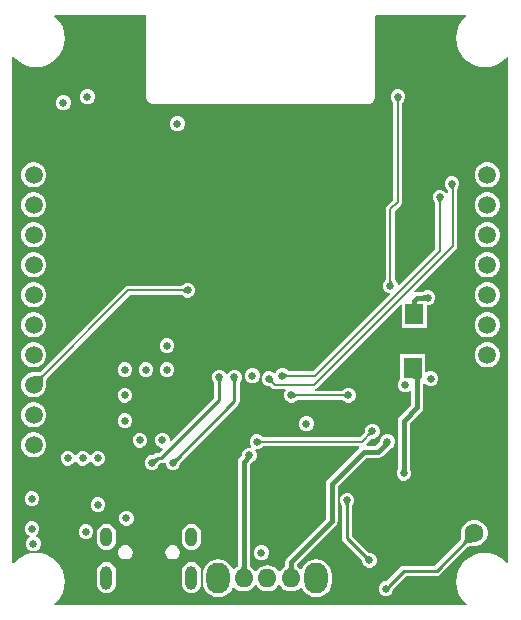
<source format=gbl>
G04*
G04 #@! TF.GenerationSoftware,Altium Limited,Altium Designer,22.11.1 (43)*
G04*
G04 Layer_Physical_Order=4*
G04 Layer_Color=16711680*
%FSLAX25Y25*%
%MOIN*%
G70*
G04*
G04 #@! TF.SameCoordinates,76B60832-644B-4AE7-BD70-8BB73C9281A9*
G04*
G04*
G04 #@! TF.FilePolarity,Positive*
G04*
G01*
G75*
%ADD11C,0.01000*%
%ADD13C,0.00600*%
%ADD66C,0.06299*%
%ADD71R,0.05847X0.06803*%
%ADD72C,0.01500*%
%ADD74O,0.03937X0.07874*%
%ADD75O,0.03937X0.06299*%
%ADD76O,0.06299X0.06299*%
%ADD77O,0.07874X0.10236*%
%ADD78C,0.05906*%
%ADD79C,0.02500*%
G36*
X151410Y196380D02*
X150678Y195779D01*
X149481Y194321D01*
X148592Y192658D01*
X148045Y190853D01*
X147860Y188976D01*
X148045Y187100D01*
X148592Y185295D01*
X149481Y183632D01*
X150678Y182174D01*
X152136Y180977D01*
X153799Y180088D01*
X155604Y179541D01*
X157480Y179356D01*
X159357Y179541D01*
X161162Y180088D01*
X162825Y180977D01*
X164283Y182174D01*
X164884Y182906D01*
X165354Y182737D01*
Y14113D01*
X164884Y13945D01*
X164283Y14677D01*
X162825Y15873D01*
X161162Y16762D01*
X159357Y17310D01*
X157480Y17494D01*
X155604Y17310D01*
X153799Y16762D01*
X152136Y15873D01*
X150678Y14677D01*
X149481Y13219D01*
X148592Y11556D01*
X148045Y9751D01*
X147860Y7874D01*
X148045Y5997D01*
X148592Y4192D01*
X149481Y2529D01*
X150678Y1071D01*
X151410Y471D01*
X151241Y0D01*
X14113D01*
X13945Y471D01*
X14677Y1071D01*
X15873Y2529D01*
X16762Y4192D01*
X17310Y5997D01*
X17494Y7874D01*
X17310Y9751D01*
X16762Y11556D01*
X15873Y13219D01*
X14677Y14677D01*
X13219Y15873D01*
X11556Y16762D01*
X9751Y17310D01*
X7874Y17494D01*
X5997Y17310D01*
X4192Y16762D01*
X2529Y15873D01*
X1071Y14677D01*
X471Y13945D01*
X0Y14113D01*
Y182737D01*
X471Y182906D01*
X1071Y182174D01*
X2529Y180977D01*
X4192Y180088D01*
X5997Y179541D01*
X7874Y179356D01*
X9751Y179541D01*
X11556Y180088D01*
X13219Y180977D01*
X14677Y182174D01*
X15873Y183632D01*
X16762Y185295D01*
X17310Y187100D01*
X17494Y188976D01*
X17310Y190853D01*
X16762Y192658D01*
X15873Y194321D01*
X14677Y195779D01*
X13945Y196380D01*
X14113Y196850D01*
X44377D01*
X44665Y196500D01*
Y169000D01*
X44804Y168298D01*
X45202Y167702D01*
X45798Y167304D01*
X46500Y167165D01*
X119000D01*
X119702Y167304D01*
X120298Y167702D01*
X120696Y168298D01*
X120835Y169000D01*
Y196500D01*
X121123Y196850D01*
X151241D01*
X151410Y196380D01*
D02*
G37*
%LPC*%
G36*
X25487Y171950D02*
X24513D01*
X23612Y171577D01*
X22923Y170888D01*
X22550Y169987D01*
Y169013D01*
X22923Y168112D01*
X23612Y167423D01*
X24513Y167050D01*
X25487D01*
X26388Y167423D01*
X27077Y168112D01*
X27450Y169013D01*
Y169987D01*
X27077Y170888D01*
X26388Y171577D01*
X25487Y171950D01*
D02*
G37*
G36*
X17487Y169950D02*
X16513D01*
X15612Y169577D01*
X14923Y168888D01*
X14550Y167987D01*
Y167013D01*
X14923Y166112D01*
X15612Y165423D01*
X16513Y165050D01*
X17487D01*
X18388Y165423D01*
X19077Y166112D01*
X19450Y167013D01*
Y167987D01*
X19077Y168888D01*
X18388Y169577D01*
X17487Y169950D01*
D02*
G37*
G36*
X55487Y162950D02*
X54513D01*
X53612Y162577D01*
X52923Y161888D01*
X52550Y160987D01*
Y160013D01*
X52923Y159112D01*
X53612Y158423D01*
X54513Y158050D01*
X55487D01*
X56388Y158423D01*
X57077Y159112D01*
X57450Y160013D01*
Y160987D01*
X57077Y161888D01*
X56388Y162577D01*
X55487Y162950D01*
D02*
G37*
G36*
X158814Y147578D02*
X157721D01*
X156665Y147295D01*
X155718Y146748D01*
X154945Y145975D01*
X154398Y145028D01*
X154115Y143972D01*
Y142878D01*
X154398Y141822D01*
X154945Y140875D01*
X155718Y140102D01*
X156665Y139556D01*
X157721Y139272D01*
X158814D01*
X159871Y139556D01*
X160818Y140102D01*
X161591Y140875D01*
X162137Y141822D01*
X162420Y142878D01*
Y143972D01*
X162137Y145028D01*
X161591Y145975D01*
X160818Y146748D01*
X159871Y147295D01*
X158814Y147578D01*
D02*
G37*
G36*
X7633D02*
X6540D01*
X5484Y147295D01*
X4537Y146748D01*
X3764Y145975D01*
X3217Y145028D01*
X2934Y143972D01*
Y142878D01*
X3217Y141822D01*
X3764Y140875D01*
X4537Y140102D01*
X5484Y139556D01*
X6540Y139272D01*
X7633D01*
X8689Y139556D01*
X9636Y140102D01*
X10410Y140875D01*
X10956Y141822D01*
X11239Y142878D01*
Y143972D01*
X10956Y145028D01*
X10410Y145975D01*
X9636Y146748D01*
X8689Y147295D01*
X7633Y147578D01*
D02*
G37*
G36*
X158814Y137578D02*
X157721D01*
X156665Y137295D01*
X155718Y136748D01*
X154945Y135975D01*
X154398Y135028D01*
X154115Y133972D01*
Y132878D01*
X154398Y131822D01*
X154945Y130875D01*
X155718Y130102D01*
X156665Y129555D01*
X157721Y129272D01*
X158814D01*
X159871Y129555D01*
X160818Y130102D01*
X161591Y130875D01*
X162137Y131822D01*
X162420Y132878D01*
Y133972D01*
X162137Y135028D01*
X161591Y135975D01*
X160818Y136748D01*
X159871Y137295D01*
X158814Y137578D01*
D02*
G37*
G36*
X7633D02*
X6540D01*
X5484Y137295D01*
X4537Y136748D01*
X3764Y135975D01*
X3217Y135028D01*
X2934Y133972D01*
Y132878D01*
X3217Y131822D01*
X3764Y130875D01*
X4537Y130102D01*
X5484Y129555D01*
X6540Y129272D01*
X7633D01*
X8689Y129555D01*
X9636Y130102D01*
X10410Y130875D01*
X10956Y131822D01*
X11239Y132878D01*
Y133972D01*
X10956Y135028D01*
X10410Y135975D01*
X9636Y136748D01*
X8689Y137295D01*
X7633Y137578D01*
D02*
G37*
G36*
X158814Y127578D02*
X157721D01*
X156665Y127295D01*
X155718Y126748D01*
X154945Y125975D01*
X154398Y125028D01*
X154115Y123972D01*
Y122879D01*
X154398Y121822D01*
X154945Y120875D01*
X155718Y120102D01*
X156665Y119555D01*
X157721Y119272D01*
X158814D01*
X159871Y119555D01*
X160818Y120102D01*
X161591Y120875D01*
X162137Y121822D01*
X162420Y122879D01*
Y123972D01*
X162137Y125028D01*
X161591Y125975D01*
X160818Y126748D01*
X159871Y127295D01*
X158814Y127578D01*
D02*
G37*
G36*
X7633D02*
X6540D01*
X5484Y127295D01*
X4537Y126748D01*
X3764Y125975D01*
X3217Y125028D01*
X2934Y123972D01*
Y122879D01*
X3217Y121822D01*
X3764Y120875D01*
X4537Y120102D01*
X5484Y119555D01*
X6540Y119272D01*
X7633D01*
X8689Y119555D01*
X9636Y120102D01*
X10410Y120875D01*
X10956Y121822D01*
X11239Y122879D01*
Y123972D01*
X10956Y125028D01*
X10410Y125975D01*
X9636Y126748D01*
X8689Y127295D01*
X7633Y127578D01*
D02*
G37*
G36*
X158814Y117578D02*
X157721D01*
X156665Y117295D01*
X155718Y116748D01*
X154945Y115975D01*
X154398Y115028D01*
X154115Y113972D01*
Y112879D01*
X154398Y111822D01*
X154945Y110875D01*
X155718Y110102D01*
X156665Y109555D01*
X157721Y109273D01*
X158814D01*
X159871Y109555D01*
X160818Y110102D01*
X161591Y110875D01*
X162137Y111822D01*
X162420Y112879D01*
Y113972D01*
X162137Y115028D01*
X161591Y115975D01*
X160818Y116748D01*
X159871Y117295D01*
X158814Y117578D01*
D02*
G37*
G36*
X7633D02*
X6540D01*
X5484Y117295D01*
X4537Y116748D01*
X3764Y115975D01*
X3217Y115028D01*
X2934Y113972D01*
Y112879D01*
X3217Y111822D01*
X3764Y110875D01*
X4537Y110102D01*
X5484Y109555D01*
X6540Y109273D01*
X7633D01*
X8689Y109555D01*
X9636Y110102D01*
X10410Y110875D01*
X10956Y111822D01*
X11239Y112879D01*
Y113972D01*
X10956Y115028D01*
X10410Y115975D01*
X9636Y116748D01*
X8689Y117295D01*
X7633Y117578D01*
D02*
G37*
G36*
X58931Y107450D02*
X57956D01*
X57056Y107077D01*
X56791Y106813D01*
X56697Y106751D01*
X56607Y106664D01*
X56545Y106609D01*
X56493Y106568D01*
X56452Y106540D01*
X56434Y106529D01*
X38661D01*
X38076Y106413D01*
X37580Y106081D01*
X9350Y77852D01*
X9338Y77844D01*
X9250Y77807D01*
X9100Y77761D01*
X8894Y77715D01*
X8660Y77677D01*
X7549Y77603D01*
X7112Y77601D01*
X6997Y77578D01*
X6540D01*
X5484Y77295D01*
X4537Y76748D01*
X3764Y75975D01*
X3217Y75028D01*
X2934Y73972D01*
Y72878D01*
X3217Y71822D01*
X3764Y70875D01*
X4537Y70102D01*
X5484Y69555D01*
X6540Y69273D01*
X7633D01*
X8689Y69555D01*
X9636Y70102D01*
X10410Y70875D01*
X10956Y71822D01*
X11239Y72878D01*
Y73335D01*
X11263Y73451D01*
X11264Y73909D01*
X11277Y74297D01*
X11337Y74986D01*
X11376Y75232D01*
X11423Y75439D01*
X11469Y75588D01*
X11506Y75676D01*
X11513Y75689D01*
X39295Y103471D01*
X56434D01*
X56452Y103460D01*
X56478Y103442D01*
X56619Y103325D01*
X56697Y103249D01*
X56791Y103187D01*
X57056Y102923D01*
X57956Y102550D01*
X58931D01*
X59831Y102923D01*
X60520Y103612D01*
X60893Y104513D01*
Y105487D01*
X60520Y106388D01*
X59831Y107077D01*
X58931Y107450D01*
D02*
G37*
G36*
X158814Y107578D02*
X157721D01*
X156665Y107295D01*
X155718Y106748D01*
X154945Y105975D01*
X154398Y105028D01*
X154115Y103972D01*
Y102878D01*
X154398Y101822D01*
X154945Y100875D01*
X155718Y100102D01*
X156665Y99555D01*
X157721Y99273D01*
X158814D01*
X159871Y99555D01*
X160818Y100102D01*
X161591Y100875D01*
X162137Y101822D01*
X162420Y102878D01*
Y103972D01*
X162137Y105028D01*
X161591Y105975D01*
X160818Y106748D01*
X159871Y107295D01*
X158814Y107578D01*
D02*
G37*
G36*
X7633D02*
X6540D01*
X5484Y107295D01*
X4537Y106748D01*
X3764Y105975D01*
X3217Y105028D01*
X2934Y103972D01*
Y102878D01*
X3217Y101822D01*
X3764Y100875D01*
X4537Y100102D01*
X5484Y99555D01*
X6540Y99273D01*
X7633D01*
X8689Y99555D01*
X9636Y100102D01*
X10410Y100875D01*
X10956Y101822D01*
X11239Y102878D01*
Y103972D01*
X10956Y105028D01*
X10410Y105975D01*
X9636Y106748D01*
X8689Y107295D01*
X7633Y107578D01*
D02*
G37*
G36*
X128987Y171950D02*
X128013D01*
X127112Y171577D01*
X126423Y170888D01*
X126050Y169987D01*
Y169013D01*
X126423Y168112D01*
X126687Y167848D01*
X126749Y167754D01*
X126836Y167664D01*
X126891Y167602D01*
X126932Y167549D01*
X126960Y167508D01*
X126971Y167490D01*
Y135134D01*
X124919Y133081D01*
X124587Y132585D01*
X124471Y132000D01*
Y108510D01*
X124460Y108492D01*
X124442Y108465D01*
X124325Y108324D01*
X124249Y108246D01*
X124187Y108152D01*
X123923Y107888D01*
X123550Y106987D01*
Y106013D01*
X123923Y105112D01*
X124612Y104423D01*
X125513Y104050D01*
X125734D01*
X125925Y103588D01*
X100366Y78029D01*
X92010D01*
X91992Y78040D01*
X91965Y78058D01*
X91824Y78175D01*
X91746Y78251D01*
X91652Y78313D01*
X91388Y78577D01*
X90487Y78950D01*
X89513D01*
X88612Y78577D01*
X87923Y77888D01*
X87736Y77436D01*
X87146Y77319D01*
X86888Y77577D01*
X85987Y77950D01*
X85013D01*
X84112Y77577D01*
X83423Y76888D01*
X83050Y75987D01*
Y75013D01*
X83423Y74112D01*
X84112Y73423D01*
X85013Y73050D01*
X85387D01*
X85496Y73027D01*
X85622Y73025D01*
X85704Y73020D01*
X85771Y73012D01*
X85819Y73003D01*
X85840Y72997D01*
X86419Y72419D01*
X86915Y72087D01*
X87500Y71971D01*
X90852D01*
X91044Y71509D01*
X90923Y71388D01*
X90550Y70487D01*
Y69513D01*
X90923Y68612D01*
X91612Y67923D01*
X92513Y67550D01*
X93487D01*
X94388Y67923D01*
X94652Y68187D01*
X94746Y68249D01*
X94836Y68336D01*
X94898Y68391D01*
X94951Y68432D01*
X94992Y68460D01*
X95010Y68471D01*
X109990D01*
X110008Y68460D01*
X110035Y68442D01*
X110176Y68325D01*
X110254Y68249D01*
X110348Y68187D01*
X110612Y67923D01*
X111513Y67550D01*
X112487D01*
X113388Y67923D01*
X114077Y68612D01*
X114450Y69513D01*
Y70487D01*
X114077Y71388D01*
X113388Y72077D01*
X112487Y72450D01*
X111513D01*
X110612Y72077D01*
X110348Y71813D01*
X110254Y71751D01*
X110164Y71664D01*
X110101Y71609D01*
X110049Y71568D01*
X110008Y71540D01*
X109990Y71529D01*
X100845D01*
X100795Y72029D01*
X101085Y72087D01*
X101581Y72419D01*
X129375Y100212D01*
X129837Y100021D01*
Y92399D01*
X138083D01*
Y100050D01*
X138987D01*
X139888Y100423D01*
X140577Y101112D01*
X140950Y102013D01*
Y102987D01*
X140577Y103888D01*
X139888Y104577D01*
X138987Y104950D01*
X138013D01*
X137112Y104577D01*
X137023Y104488D01*
X135000D01*
X134239Y104337D01*
X134142Y104272D01*
X133823Y104660D01*
X147781Y118619D01*
X148113Y119115D01*
X148229Y119700D01*
Y138588D01*
X148231Y138594D01*
X148248Y138636D01*
X148274Y138691D01*
X148305Y138749D01*
X148427Y138942D01*
X148477Y139012D01*
X148577Y139112D01*
X148950Y140013D01*
Y140987D01*
X148577Y141888D01*
X147888Y142577D01*
X146987Y142950D01*
X146013D01*
X145112Y142577D01*
X144423Y141888D01*
X144050Y140987D01*
Y140013D01*
X144423Y139112D01*
X145112Y138423D01*
X145171Y138399D01*
Y137261D01*
X144671Y137162D01*
X144577Y137388D01*
X143888Y138077D01*
X142987Y138450D01*
X142013D01*
X141112Y138077D01*
X140423Y137388D01*
X140050Y136487D01*
Y135513D01*
X140423Y134612D01*
X140687Y134348D01*
X140749Y134254D01*
X140836Y134164D01*
X140891Y134101D01*
X140932Y134049D01*
X140960Y134008D01*
X140971Y133990D01*
Y118633D01*
X128912Y106575D01*
X128450Y106766D01*
Y106987D01*
X128077Y107888D01*
X127813Y108152D01*
X127751Y108246D01*
X127664Y108336D01*
X127609Y108398D01*
X127568Y108451D01*
X127540Y108492D01*
X127529Y108510D01*
Y131367D01*
X129581Y133419D01*
X129913Y133915D01*
X130029Y134500D01*
Y167490D01*
X130040Y167508D01*
X130058Y167535D01*
X130175Y167676D01*
X130251Y167754D01*
X130313Y167848D01*
X130577Y168112D01*
X130950Y169013D01*
Y169987D01*
X130577Y170888D01*
X129888Y171577D01*
X128987Y171950D01*
D02*
G37*
G36*
X158814Y97578D02*
X157721D01*
X156665Y97295D01*
X155718Y96748D01*
X154945Y95975D01*
X154398Y95028D01*
X154115Y93972D01*
Y92879D01*
X154398Y91822D01*
X154945Y90875D01*
X155718Y90102D01*
X156665Y89556D01*
X157721Y89272D01*
X158814D01*
X159871Y89556D01*
X160818Y90102D01*
X161591Y90875D01*
X162137Y91822D01*
X162420Y92879D01*
Y93972D01*
X162137Y95028D01*
X161591Y95975D01*
X160818Y96748D01*
X159871Y97295D01*
X158814Y97578D01*
D02*
G37*
G36*
X7633D02*
X6540D01*
X5484Y97295D01*
X4537Y96748D01*
X3764Y95975D01*
X3217Y95028D01*
X2934Y93972D01*
Y92879D01*
X3217Y91822D01*
X3764Y90875D01*
X4537Y90102D01*
X5484Y89556D01*
X6540Y89272D01*
X7633D01*
X8689Y89556D01*
X9636Y90102D01*
X10410Y90875D01*
X10956Y91822D01*
X11239Y92879D01*
Y93972D01*
X10956Y95028D01*
X10410Y95975D01*
X9636Y96748D01*
X8689Y97295D01*
X7633Y97578D01*
D02*
G37*
G36*
X51987Y88950D02*
X51013D01*
X50112Y88577D01*
X49423Y87888D01*
X49050Y86987D01*
Y86013D01*
X49423Y85112D01*
X50112Y84423D01*
X51013Y84050D01*
X51987D01*
X52888Y84423D01*
X53577Y85112D01*
X53950Y86013D01*
Y86987D01*
X53577Y87888D01*
X52888Y88577D01*
X51987Y88950D01*
D02*
G37*
G36*
X158814Y87578D02*
X157721D01*
X156665Y87295D01*
X155718Y86748D01*
X154945Y85975D01*
X154398Y85028D01*
X154115Y83972D01*
Y82879D01*
X154398Y81822D01*
X154945Y80875D01*
X155718Y80102D01*
X156665Y79555D01*
X157721Y79273D01*
X158814D01*
X159871Y79555D01*
X160818Y80102D01*
X161591Y80875D01*
X162137Y81822D01*
X162420Y82879D01*
Y83972D01*
X162137Y85028D01*
X161591Y85975D01*
X160818Y86748D01*
X159871Y87295D01*
X158814Y87578D01*
D02*
G37*
G36*
X7633D02*
X6540D01*
X5484Y87295D01*
X4537Y86748D01*
X3764Y85975D01*
X3217Y85028D01*
X2934Y83972D01*
Y82879D01*
X3217Y81822D01*
X3764Y80875D01*
X4537Y80102D01*
X5484Y79555D01*
X6540Y79273D01*
X7633D01*
X8689Y79555D01*
X9636Y80102D01*
X10410Y80875D01*
X10956Y81822D01*
X11239Y82879D01*
Y83972D01*
X10956Y85028D01*
X10410Y85975D01*
X9636Y86748D01*
X8689Y87295D01*
X7633Y87578D01*
D02*
G37*
G36*
X74487Y78450D02*
X73513D01*
X72612Y78077D01*
X71923Y77388D01*
X71771Y77020D01*
X71229D01*
X71077Y77388D01*
X70388Y78077D01*
X69487Y78450D01*
X68513D01*
X67612Y78077D01*
X66923Y77388D01*
X66550Y76487D01*
Y75513D01*
X66923Y74612D01*
X67179Y74357D01*
X67231Y74272D01*
X67260Y74241D01*
X67262Y74235D01*
X67266Y74217D01*
X67267Y74216D01*
Y69218D01*
X52950Y54901D01*
X52450Y55108D01*
Y55487D01*
X52077Y56388D01*
X51388Y57077D01*
X50487Y57450D01*
X49513D01*
X48612Y57077D01*
X47923Y56388D01*
X47550Y55487D01*
Y54513D01*
X47923Y53612D01*
X48612Y52923D01*
X49513Y52550D01*
X49892D01*
X50099Y52050D01*
X48830Y50781D01*
X48454D01*
X47791Y50649D01*
X47228Y50274D01*
X46905Y49950D01*
X46013D01*
X45112Y49577D01*
X44423Y48888D01*
X44050Y47987D01*
Y47013D01*
X44423Y46112D01*
X45112Y45423D01*
X46013Y45050D01*
X46987D01*
X47888Y45423D01*
X48577Y46112D01*
X48950Y47013D01*
Y47051D01*
X48967Y47082D01*
X48989Y47117D01*
X49008Y47144D01*
X49043Y47186D01*
X49172Y47315D01*
X49548D01*
X50211Y47447D01*
X50550Y47673D01*
X51050Y47406D01*
Y47013D01*
X51423Y46112D01*
X52112Y45423D01*
X53013Y45050D01*
X53987D01*
X54888Y45423D01*
X55577Y46112D01*
X55950Y47013D01*
Y47374D01*
X55973Y47472D01*
X55974Y47514D01*
X55977Y47519D01*
X55986Y47535D01*
X55987Y47536D01*
X75226Y66774D01*
X75601Y67337D01*
X75733Y68000D01*
Y74216D01*
X75734Y74217D01*
X75738Y74235D01*
X75740Y74241D01*
X75769Y74272D01*
X75821Y74357D01*
X76077Y74612D01*
X76450Y75513D01*
Y76487D01*
X76077Y77388D01*
X75388Y78077D01*
X74487Y78450D01*
D02*
G37*
G36*
X51987Y80950D02*
X51013D01*
X50112Y80577D01*
X49423Y79888D01*
X49050Y78987D01*
Y78013D01*
X49423Y77112D01*
X50112Y76423D01*
X51013Y76050D01*
X51987D01*
X52888Y76423D01*
X53577Y77112D01*
X53950Y78013D01*
Y78987D01*
X53577Y79888D01*
X52888Y80577D01*
X51987Y80950D01*
D02*
G37*
G36*
X44987D02*
X44013D01*
X43112Y80577D01*
X42423Y79888D01*
X42050Y78987D01*
Y78013D01*
X42423Y77112D01*
X43112Y76423D01*
X44013Y76050D01*
X44987D01*
X45888Y76423D01*
X46577Y77112D01*
X46950Y78013D01*
Y78987D01*
X46577Y79888D01*
X45888Y80577D01*
X44987Y80950D01*
D02*
G37*
G36*
X37987D02*
X37013D01*
X36112Y80577D01*
X35423Y79888D01*
X35050Y78987D01*
Y78013D01*
X35423Y77112D01*
X36112Y76423D01*
X37013Y76050D01*
X37987D01*
X38888Y76423D01*
X39577Y77112D01*
X39950Y78013D01*
Y78987D01*
X39577Y79888D01*
X38888Y80577D01*
X37987Y80950D01*
D02*
G37*
G36*
X80487Y78950D02*
X79513D01*
X78612Y78577D01*
X77923Y77888D01*
X77550Y76987D01*
Y76013D01*
X77923Y75112D01*
X78612Y74423D01*
X79513Y74050D01*
X80487D01*
X81388Y74423D01*
X82077Y75112D01*
X82450Y76013D01*
Y76987D01*
X82077Y77888D01*
X81388Y78577D01*
X80487Y78950D01*
D02*
G37*
G36*
X137583Y83601D02*
X129337D01*
Y75302D01*
X128923Y74888D01*
X128550Y73987D01*
Y73013D01*
X128923Y72112D01*
X129612Y71423D01*
X130513Y71050D01*
X131487D01*
X132388Y71423D01*
X132550Y71585D01*
X133012Y71394D01*
Y66824D01*
X129094Y62906D01*
X128663Y62261D01*
X128512Y61500D01*
Y45477D01*
X128423Y45388D01*
X128050Y44487D01*
Y43513D01*
X128423Y42612D01*
X129112Y41923D01*
X130013Y41550D01*
X130987D01*
X131888Y41923D01*
X132577Y42612D01*
X132950Y43513D01*
Y44487D01*
X132577Y45388D01*
X132488Y45477D01*
Y60676D01*
X136406Y64594D01*
X136837Y65239D01*
X136988Y66000D01*
Y73894D01*
X137180Y73990D01*
X137488Y74047D01*
X138112Y73423D01*
X139013Y73050D01*
X139987D01*
X140888Y73423D01*
X141577Y74112D01*
X141950Y75013D01*
Y75987D01*
X141577Y76888D01*
X140888Y77577D01*
X139987Y77950D01*
X139013D01*
X138112Y77577D01*
X138045Y77510D01*
X137583Y77701D01*
Y83601D01*
D02*
G37*
G36*
X37987Y72450D02*
X37013D01*
X36112Y72077D01*
X35423Y71388D01*
X35050Y70487D01*
Y69513D01*
X35423Y68612D01*
X36112Y67923D01*
X37013Y67550D01*
X37987D01*
X38888Y67923D01*
X39577Y68612D01*
X39950Y69513D01*
Y70487D01*
X39577Y71388D01*
X38888Y72077D01*
X37987Y72450D01*
D02*
G37*
G36*
X7633Y67578D02*
X6540D01*
X5484Y67295D01*
X4537Y66748D01*
X3764Y65975D01*
X3217Y65028D01*
X2934Y63972D01*
Y62879D01*
X3217Y61822D01*
X3764Y60875D01*
X4537Y60102D01*
X5484Y59556D01*
X6540Y59272D01*
X7633D01*
X8689Y59556D01*
X9636Y60102D01*
X10410Y60875D01*
X10956Y61822D01*
X11239Y62879D01*
Y63972D01*
X10956Y65028D01*
X10410Y65975D01*
X9636Y66748D01*
X8689Y67295D01*
X7633Y67578D01*
D02*
G37*
G36*
X37987Y63950D02*
X37013D01*
X36112Y63577D01*
X35423Y62888D01*
X35050Y61987D01*
Y61013D01*
X35423Y60112D01*
X36112Y59423D01*
X37013Y59050D01*
X37987D01*
X38888Y59423D01*
X39577Y60112D01*
X39950Y61013D01*
Y61987D01*
X39577Y62888D01*
X38888Y63577D01*
X37987Y63950D01*
D02*
G37*
G36*
X98487Y62950D02*
X97513D01*
X96612Y62577D01*
X95923Y61888D01*
X95550Y60987D01*
Y60013D01*
X95923Y59112D01*
X96612Y58423D01*
X97513Y58050D01*
X98487D01*
X99388Y58423D01*
X100077Y59112D01*
X100450Y60013D01*
Y60987D01*
X100077Y61888D01*
X99388Y62577D01*
X98487Y62950D01*
D02*
G37*
G36*
X120487Y60450D02*
X119513D01*
X118612Y60077D01*
X117923Y59388D01*
X117550Y58487D01*
Y58113D01*
X117527Y58003D01*
X117525Y57878D01*
X117520Y57796D01*
X117512Y57729D01*
X117503Y57681D01*
X117498Y57660D01*
X115866Y56029D01*
X83510D01*
X83492Y56040D01*
X83465Y56058D01*
X83324Y56175D01*
X83246Y56251D01*
X83152Y56313D01*
X82888Y56577D01*
X81987Y56950D01*
X81013D01*
X80112Y56577D01*
X79423Y55888D01*
X79050Y54987D01*
Y54013D01*
X79423Y53112D01*
X79623Y52912D01*
X79580Y52765D01*
X79378Y52450D01*
X78513D01*
X77612Y52077D01*
X76923Y51388D01*
X76550Y50487D01*
Y50091D01*
X75720Y49261D01*
X75289Y48616D01*
X75138Y47855D01*
Y13152D01*
X75129Y13029D01*
X75107Y12872D01*
X74932Y12799D01*
X74024Y12102D01*
X73940Y11992D01*
X73444Y12058D01*
X73148Y12772D01*
X72325Y13845D01*
X71252Y14668D01*
X70002Y15186D01*
X68661Y15362D01*
X67320Y15186D01*
X66070Y14668D01*
X64997Y13845D01*
X64174Y12772D01*
X63656Y11522D01*
X63480Y10181D01*
Y7819D01*
X63656Y6478D01*
X64174Y5228D01*
X64997Y4155D01*
X66070Y3332D01*
X67320Y2814D01*
X68661Y2638D01*
X70002Y2814D01*
X71252Y3332D01*
X72325Y4155D01*
X73148Y5228D01*
X73444Y5942D01*
X73940Y6008D01*
X74024Y5898D01*
X74932Y5201D01*
X75990Y4762D01*
X77126Y4613D01*
X78262Y4762D01*
X79320Y5201D01*
X80228Y5898D01*
X80761Y6593D01*
X80798Y6611D01*
X81328D01*
X81365Y6593D01*
X81898Y5898D01*
X82806Y5201D01*
X83864Y4762D01*
X85000Y4613D01*
X86136Y4762D01*
X87194Y5201D01*
X88102Y5898D01*
X88635Y6593D01*
X88672Y6611D01*
X89202D01*
X89239Y6593D01*
X89772Y5898D01*
X90680Y5201D01*
X91738Y4762D01*
X92874Y4613D01*
X94010Y4762D01*
X95068Y5201D01*
X95976Y5898D01*
X96060Y6008D01*
X96556Y5942D01*
X96852Y5228D01*
X97675Y4155D01*
X98748Y3332D01*
X99998Y2814D01*
X101339Y2638D01*
X102680Y2814D01*
X103930Y3332D01*
X105003Y4155D01*
X105826Y5228D01*
X106344Y6478D01*
X106520Y7819D01*
Y10181D01*
X106344Y11522D01*
X105826Y12772D01*
X105003Y13845D01*
X103930Y14668D01*
X102680Y15186D01*
X101339Y15362D01*
X99998Y15186D01*
X98748Y14668D01*
X97675Y13845D01*
X96852Y12772D01*
X96556Y12058D01*
X96060Y11992D01*
X95976Y12102D01*
X95068Y12799D01*
X94896Y12870D01*
X94862Y13201D01*
Y13551D01*
X107906Y26594D01*
X108337Y27239D01*
X108488Y28000D01*
Y39676D01*
X118053Y49241D01*
X122000D01*
X122761Y49393D01*
X123406Y49823D01*
X125735Y52153D01*
X126388Y52423D01*
X127077Y53112D01*
X127450Y54013D01*
Y54987D01*
X127077Y55888D01*
X126388Y56577D01*
X125487Y56950D01*
X124513D01*
X123612Y56577D01*
X122923Y55888D01*
X122550Y54987D01*
Y54591D01*
X121177Y53218D01*
X118088D01*
X117880Y53718D01*
X119660Y55497D01*
X119681Y55503D01*
X119712Y55509D01*
X119895Y55525D01*
X120003Y55527D01*
X120113Y55550D01*
X120487D01*
X121388Y55923D01*
X122077Y56612D01*
X122450Y57513D01*
Y58487D01*
X122077Y59388D01*
X121388Y60077D01*
X120487Y60450D01*
D02*
G37*
G36*
X42987Y57450D02*
X42013D01*
X41112Y57077D01*
X40423Y56388D01*
X40050Y55487D01*
Y54513D01*
X40423Y53612D01*
X41112Y52923D01*
X42013Y52550D01*
X42987D01*
X43888Y52923D01*
X44577Y53612D01*
X44950Y54513D01*
Y55487D01*
X44577Y56388D01*
X43888Y57077D01*
X42987Y57450D01*
D02*
G37*
G36*
X28987Y51450D02*
X28013D01*
X27112Y51077D01*
X26423Y50388D01*
X26271Y50020D01*
X25729D01*
X25577Y50388D01*
X24888Y51077D01*
X23987Y51450D01*
X23013D01*
X22112Y51077D01*
X21423Y50388D01*
X21271Y50020D01*
X20729D01*
X20577Y50388D01*
X19888Y51077D01*
X18987Y51450D01*
X18013D01*
X17112Y51077D01*
X16423Y50388D01*
X16050Y49487D01*
Y48513D01*
X16423Y47612D01*
X17112Y46923D01*
X18013Y46550D01*
X18987D01*
X19888Y46923D01*
X20577Y47612D01*
X20729Y47980D01*
X21271D01*
X21423Y47612D01*
X22112Y46923D01*
X23013Y46550D01*
X23987D01*
X24888Y46923D01*
X25577Y47612D01*
X25729Y47980D01*
X26271D01*
X26423Y47612D01*
X27112Y46923D01*
X28013Y46550D01*
X28987D01*
X29888Y46923D01*
X30577Y47612D01*
X30950Y48513D01*
Y49487D01*
X30577Y50388D01*
X29888Y51077D01*
X28987Y51450D01*
D02*
G37*
G36*
X7633Y57578D02*
X6540D01*
X5484Y57295D01*
X4537Y56748D01*
X3764Y55975D01*
X3217Y55028D01*
X2934Y53972D01*
Y52878D01*
X3217Y51822D01*
X3764Y50875D01*
X4537Y50102D01*
X5484Y49556D01*
X6540Y49272D01*
X7633D01*
X8689Y49556D01*
X9636Y50102D01*
X10410Y50875D01*
X10956Y51822D01*
X11239Y52878D01*
Y53972D01*
X10956Y55028D01*
X10410Y55975D01*
X9636Y56748D01*
X8689Y57295D01*
X7633Y57578D01*
D02*
G37*
G36*
X6987Y37950D02*
X6013D01*
X5112Y37577D01*
X4423Y36888D01*
X4050Y35987D01*
Y35013D01*
X4423Y34112D01*
X5112Y33423D01*
X6013Y33050D01*
X6987D01*
X7888Y33423D01*
X8577Y34112D01*
X8950Y35013D01*
Y35987D01*
X8577Y36888D01*
X7888Y37577D01*
X6987Y37950D01*
D02*
G37*
G36*
X28987Y35950D02*
X28013D01*
X27112Y35577D01*
X26423Y34888D01*
X26050Y33987D01*
Y33013D01*
X26423Y32112D01*
X27112Y31423D01*
X28013Y31050D01*
X28987D01*
X29888Y31423D01*
X30577Y32112D01*
X30950Y33013D01*
Y33987D01*
X30577Y34888D01*
X29888Y35577D01*
X28987Y35950D01*
D02*
G37*
G36*
X38487Y31450D02*
X37513D01*
X36612Y31077D01*
X35923Y30388D01*
X35550Y29487D01*
Y28513D01*
X35923Y27612D01*
X36612Y26923D01*
X37513Y26550D01*
X38487D01*
X39388Y26923D01*
X40077Y27612D01*
X40450Y28513D01*
Y29487D01*
X40077Y30388D01*
X39388Y31077D01*
X38487Y31450D01*
D02*
G37*
G36*
X24987Y26950D02*
X24013D01*
X23112Y26577D01*
X22423Y25888D01*
X22050Y24987D01*
Y24013D01*
X22423Y23112D01*
X23112Y22423D01*
X24013Y22050D01*
X24987D01*
X25888Y22423D01*
X26577Y23112D01*
X26950Y24013D01*
Y24987D01*
X26577Y25888D01*
X25888Y26577D01*
X24987Y26950D01*
D02*
G37*
G36*
X59669Y27170D02*
X58842Y27061D01*
X58071Y26742D01*
X57409Y26234D01*
X56902Y25572D01*
X56582Y24802D01*
X56473Y23975D01*
Y21612D01*
X56582Y20785D01*
X56902Y20014D01*
X57409Y19353D01*
X58071Y18845D01*
X58842Y18525D01*
X59669Y18417D01*
X60496Y18525D01*
X61267Y18845D01*
X61929Y19353D01*
X62437Y20014D01*
X62756Y20785D01*
X62865Y21612D01*
Y23975D01*
X62756Y24802D01*
X62437Y25572D01*
X61929Y26234D01*
X61267Y26742D01*
X60496Y27061D01*
X59669Y27170D01*
D02*
G37*
G36*
X31329Y27164D02*
X30502Y27055D01*
X29731Y26736D01*
X29069Y26228D01*
X28561Y25566D01*
X28242Y24796D01*
X28133Y23968D01*
Y21606D01*
X28242Y20779D01*
X28561Y20008D01*
X29069Y19346D01*
X29731Y18839D01*
X30502Y18519D01*
X31329Y18410D01*
X32156Y18519D01*
X32927Y18839D01*
X33589Y19346D01*
X34097Y20008D01*
X34416Y20779D01*
X34525Y21606D01*
Y23968D01*
X34416Y24796D01*
X34097Y25566D01*
X33589Y26228D01*
X32927Y26736D01*
X32156Y27055D01*
X31329Y27164D01*
D02*
G37*
G36*
X6987Y27950D02*
X6013D01*
X5112Y27577D01*
X4423Y26888D01*
X4050Y25987D01*
Y25013D01*
X4423Y24112D01*
X5112Y23423D01*
X5730Y23167D01*
Y22626D01*
X5612Y22577D01*
X4923Y21888D01*
X4550Y20987D01*
Y20013D01*
X4923Y19112D01*
X5612Y18423D01*
X6513Y18050D01*
X7487D01*
X8388Y18423D01*
X9077Y19112D01*
X9450Y20013D01*
Y20987D01*
X9077Y21888D01*
X8388Y22577D01*
X7770Y22833D01*
Y23374D01*
X7888Y23423D01*
X8577Y24112D01*
X8950Y25013D01*
Y25987D01*
X8577Y26888D01*
X7888Y27577D01*
X6987Y27950D01*
D02*
G37*
G36*
X53609Y20078D02*
X53139D01*
X52671Y19985D01*
X52671Y19985D01*
X52237Y19805D01*
X52237Y19805D01*
X52038Y19672D01*
X51840Y19540D01*
X51840Y19540D01*
X51508Y19207D01*
X51508Y19207D01*
X51375Y19009D01*
X51242Y18811D01*
X51242Y18811D01*
X51063Y18376D01*
X51063Y18376D01*
X50969Y17908D01*
Y17438D01*
X51063Y16970D01*
X51063Y16970D01*
X51242Y16536D01*
X51242Y16536D01*
X51375Y16337D01*
X51508Y16139D01*
X51508Y16139D01*
X51840Y15807D01*
X51840Y15807D01*
X52237Y15542D01*
X52671Y15362D01*
X52671Y15362D01*
X53139Y15269D01*
X53609D01*
X54077Y15362D01*
X54077Y15362D01*
X54511Y15542D01*
X54511Y15542D01*
X54908Y15807D01*
X54908Y15807D01*
X55240Y16139D01*
X55240Y16139D01*
X55506Y16536D01*
X55685Y16970D01*
X55685Y16970D01*
X55778Y17438D01*
Y17908D01*
X55685Y18376D01*
X55685Y18376D01*
X55506Y18811D01*
X55506Y18811D01*
X55240Y19207D01*
X55240Y19207D01*
X54908Y19540D01*
X54908Y19540D01*
X54710Y19672D01*
X54511Y19805D01*
X54511Y19805D01*
X54077Y19985D01*
X54077Y19985D01*
X53609Y20078D01*
D02*
G37*
G36*
X37861D02*
X37391D01*
X36923Y19985D01*
X36923Y19985D01*
X36489Y19805D01*
X36489Y19805D01*
X36290Y19672D01*
X36092Y19540D01*
X36092Y19540D01*
X35760Y19207D01*
X35760Y19207D01*
X35627Y19009D01*
X35494Y18811D01*
X35494Y18811D01*
X35315Y18376D01*
X35315Y18376D01*
X35221Y17908D01*
Y17438D01*
X35315Y16970D01*
X35315Y16970D01*
X35494Y16536D01*
X35494Y16536D01*
X35627Y16337D01*
X35760Y16139D01*
X35760Y16139D01*
X36092Y15807D01*
X36092Y15807D01*
X36489Y15542D01*
X36923Y15362D01*
X36923Y15362D01*
X37391Y15269D01*
X37861D01*
X38329Y15362D01*
X38329Y15362D01*
X38763Y15542D01*
X38763Y15542D01*
X39160Y15807D01*
X39160Y15807D01*
X39492Y16139D01*
X39492Y16139D01*
X39758Y16536D01*
X39937Y16970D01*
X39937Y16970D01*
X40031Y17438D01*
Y17908D01*
X39937Y18376D01*
X39937Y18376D01*
X39758Y18811D01*
X39758Y18811D01*
X39492Y19207D01*
X39492Y19207D01*
X39160Y19540D01*
X39160Y19540D01*
X38962Y19672D01*
X38763Y19805D01*
X38763Y19805D01*
X38329Y19985D01*
X38329Y19985D01*
X37861Y20078D01*
D02*
G37*
G36*
X112037Y37463D02*
X111063D01*
X110162Y37090D01*
X109473Y36400D01*
X109100Y35500D01*
Y34525D01*
X109473Y33625D01*
X109729Y33369D01*
X109781Y33284D01*
X109810Y33253D01*
X109812Y33247D01*
X109817Y33230D01*
X109817Y33229D01*
Y22450D01*
X109949Y21787D01*
X110324Y21224D01*
X116513Y15036D01*
X116514Y15034D01*
X116523Y15020D01*
X116526Y15014D01*
X116527Y14972D01*
X116550Y14874D01*
Y14513D01*
X116923Y13612D01*
X117612Y12923D01*
X118513Y12550D01*
X119487D01*
X120388Y12923D01*
X121077Y13612D01*
X121450Y14513D01*
Y15487D01*
X121077Y16388D01*
X120388Y17077D01*
X119487Y17450D01*
X119126D01*
X119028Y17473D01*
X118986Y17474D01*
X118981Y17477D01*
X118965Y17486D01*
X118964Y17487D01*
X113283Y23168D01*
Y33229D01*
X113284Y33230D01*
X113288Y33247D01*
X113290Y33253D01*
X113319Y33284D01*
X113371Y33369D01*
X113627Y33625D01*
X114000Y34525D01*
Y35500D01*
X113627Y36400D01*
X112938Y37090D01*
X112037Y37463D01*
D02*
G37*
G36*
X59672Y14378D02*
X58845Y14269D01*
X58074Y13950D01*
X57412Y13442D01*
X56905Y12780D01*
X56585Y12009D01*
X56476Y11182D01*
Y7245D01*
X56585Y6418D01*
X56905Y5647D01*
X57412Y4985D01*
X58074Y4478D01*
X58845Y4158D01*
X59672Y4049D01*
X60499Y4158D01*
X61270Y4478D01*
X61932Y4985D01*
X62440Y5647D01*
X62759Y6418D01*
X62868Y7245D01*
Y11182D01*
X62759Y12009D01*
X62440Y12780D01*
X61932Y13442D01*
X61270Y13950D01*
X60499Y14269D01*
X59672Y14378D01*
D02*
G37*
G36*
X31332Y14372D02*
X30505Y14263D01*
X29734Y13944D01*
X29072Y13436D01*
X28564Y12774D01*
X28245Y12003D01*
X28136Y11176D01*
Y7239D01*
X28245Y6412D01*
X28564Y5641D01*
X29072Y4979D01*
X29734Y4471D01*
X30505Y4152D01*
X31332Y4043D01*
X32159Y4152D01*
X32930Y4471D01*
X33592Y4979D01*
X34100Y5641D01*
X34419Y6412D01*
X34528Y7239D01*
Y11176D01*
X34419Y12003D01*
X34100Y12774D01*
X33592Y13436D01*
X32930Y13944D01*
X32159Y14263D01*
X31332Y14372D01*
D02*
G37*
G36*
X154593Y28445D02*
X153448D01*
X152341Y28148D01*
X151350Y27575D01*
X150540Y26766D01*
X149967Y25774D01*
X149671Y24668D01*
Y24185D01*
X149647Y24072D01*
X149644Y23647D01*
X149596Y22901D01*
X149557Y22618D01*
X149506Y22365D01*
X149450Y22157D01*
X149391Y21996D01*
X149336Y21883D01*
X149299Y21826D01*
X140707Y13233D01*
X130500D01*
X129837Y13101D01*
X129274Y12726D01*
X124499Y7950D01*
X124013D01*
X123112Y7577D01*
X122423Y6888D01*
X122050Y5987D01*
Y5013D01*
X122423Y4112D01*
X123112Y3423D01*
X124013Y3050D01*
X124987D01*
X125888Y3423D01*
X126577Y4112D01*
X126950Y5013D01*
Y5499D01*
X131218Y9767D01*
X141425D01*
X142088Y9899D01*
X142650Y10274D01*
X151751Y19375D01*
X151808Y19411D01*
X151921Y19466D01*
X152082Y19525D01*
X152289Y19582D01*
X152543Y19632D01*
X152826Y19671D01*
X153571Y19720D01*
X153997Y19723D01*
X154108Y19745D01*
X154593D01*
X155699Y20042D01*
X156691Y20615D01*
X157501Y21424D01*
X158073Y22416D01*
X158370Y23522D01*
Y24668D01*
X158073Y25774D01*
X157501Y26766D01*
X156691Y27575D01*
X155699Y28148D01*
X154593Y28445D01*
D02*
G37*
%LPD*%
G36*
X57551Y104125D02*
X57439Y104234D01*
X57218Y104418D01*
X57109Y104493D01*
X57001Y104556D01*
X56895Y104608D01*
X56789Y104648D01*
X56685Y104677D01*
X56582Y104694D01*
X56480Y104700D01*
Y105300D01*
X56582Y105306D01*
X56685Y105323D01*
X56789Y105352D01*
X56895Y105392D01*
X57001Y105444D01*
X57109Y105507D01*
X57218Y105582D01*
X57328Y105668D01*
X57439Y105766D01*
X57551Y105875D01*
Y104125D01*
D02*
G37*
G36*
X10629Y76543D02*
X10512Y76402D01*
X10408Y76223D01*
X10318Y76007D01*
X10239Y75754D01*
X10174Y75464D01*
X10122Y75136D01*
X10055Y74370D01*
X10041Y73931D01*
X10039Y73455D01*
X7116Y76378D01*
X7592Y76379D01*
X8798Y76460D01*
X9125Y76513D01*
X9415Y76578D01*
X9668Y76656D01*
X9884Y76747D01*
X10063Y76851D01*
X10204Y76967D01*
X10629Y76543D01*
D02*
G37*
G36*
X129266Y168495D02*
X129082Y168274D01*
X129007Y168166D01*
X128944Y168058D01*
X128892Y167951D01*
X128852Y167846D01*
X128823Y167742D01*
X128806Y167639D01*
X128800Y167536D01*
X128200D01*
X128194Y167639D01*
X128177Y167742D01*
X128148Y167846D01*
X128108Y167951D01*
X128056Y168058D01*
X127993Y168166D01*
X127918Y168274D01*
X127832Y168384D01*
X127734Y168495D01*
X127625Y168607D01*
X129375D01*
X129266Y168495D01*
D02*
G37*
G36*
X147410Y139623D02*
X147248Y139366D01*
X147182Y139244D01*
X147127Y139126D01*
X147081Y139013D01*
X147046Y138904D01*
X147020Y138800D01*
X147005Y138700D01*
X147000Y138604D01*
X146400Y138504D01*
X146394Y138610D01*
X146375Y138715D01*
X146344Y138817D01*
X146301Y138918D01*
X146245Y139016D01*
X146177Y139112D01*
X146096Y139207D01*
X146003Y139300D01*
X145897Y139390D01*
X145779Y139479D01*
X147506Y139759D01*
X147410Y139623D01*
D02*
G37*
G36*
X143266Y134995D02*
X143082Y134774D01*
X143007Y134666D01*
X142944Y134558D01*
X142892Y134451D01*
X142852Y134346D01*
X142823Y134242D01*
X142806Y134139D01*
X142800Y134037D01*
X142200D01*
X142194Y134139D01*
X142177Y134242D01*
X142148Y134346D01*
X142108Y134451D01*
X142056Y134558D01*
X141993Y134666D01*
X141918Y134774D01*
X141832Y134884D01*
X141734Y134995D01*
X141625Y135107D01*
X143375D01*
X143266Y134995D01*
D02*
G37*
G36*
X126306Y108361D02*
X126323Y108258D01*
X126352Y108154D01*
X126392Y108049D01*
X126444Y107942D01*
X126507Y107834D01*
X126582Y107726D01*
X126668Y107616D01*
X126766Y107505D01*
X126875Y107393D01*
X125125D01*
X125234Y107505D01*
X125418Y107726D01*
X125493Y107834D01*
X125556Y107942D01*
X125608Y108049D01*
X125648Y108154D01*
X125677Y108258D01*
X125694Y108361D01*
X125700Y108464D01*
X126300D01*
X126306Y108361D01*
D02*
G37*
G36*
X137607Y101625D02*
X137577Y101649D01*
X137534Y101670D01*
X137479Y101689D01*
X137411Y101705D01*
X137332Y101719D01*
X137136Y101739D01*
X136891Y101749D01*
X136750Y101750D01*
Y103250D01*
X136891Y103251D01*
X137332Y103281D01*
X137411Y103295D01*
X137479Y103311D01*
X137534Y103330D01*
X137577Y103351D01*
X137607Y103375D01*
Y101625D01*
D02*
G37*
G36*
X134754Y101289D02*
X134782Y100934D01*
X134808Y100789D01*
X134840Y100667D01*
X134880Y100567D01*
X134927Y100489D01*
X134981Y100434D01*
X135042Y100401D01*
X135110Y100390D01*
X132890D01*
X132958Y100401D01*
X133019Y100434D01*
X133073Y100489D01*
X133120Y100567D01*
X133160Y100667D01*
X133192Y100789D01*
X133218Y100934D01*
X133236Y101100D01*
X133250Y101500D01*
X134750D01*
X134754Y101289D01*
D02*
G37*
G36*
X91005Y77266D02*
X91226Y77082D01*
X91334Y77007D01*
X91442Y76944D01*
X91549Y76892D01*
X91654Y76852D01*
X91758Y76823D01*
X91861Y76806D01*
X91963Y76800D01*
Y76200D01*
X91861Y76194D01*
X91758Y76177D01*
X91654Y76148D01*
X91549Y76108D01*
X91442Y76056D01*
X91334Y75993D01*
X91226Y75918D01*
X91116Y75832D01*
X91005Y75734D01*
X90893Y75625D01*
Y77375D01*
X91005Y77266D01*
D02*
G37*
G36*
X86752Y75331D02*
X86778Y75045D01*
X86802Y74915D01*
X86834Y74794D01*
X86872Y74682D01*
X86918Y74579D01*
X86972Y74485D01*
X87032Y74400D01*
X87100Y74324D01*
X86676Y73900D01*
X86600Y73968D01*
X86515Y74028D01*
X86421Y74082D01*
X86318Y74128D01*
X86206Y74166D01*
X86085Y74198D01*
X85955Y74222D01*
X85817Y74239D01*
X85669Y74248D01*
X85513Y74250D01*
X86750Y75488D01*
X86752Y75331D01*
D02*
G37*
G36*
X111107Y69125D02*
X110995Y69234D01*
X110774Y69418D01*
X110666Y69493D01*
X110558Y69556D01*
X110451Y69608D01*
X110346Y69648D01*
X110242Y69677D01*
X110138Y69694D01*
X110037Y69700D01*
Y70300D01*
X110138Y70306D01*
X110242Y70323D01*
X110346Y70352D01*
X110451Y70392D01*
X110558Y70444D01*
X110666Y70507D01*
X110774Y70582D01*
X110884Y70668D01*
X110995Y70766D01*
X111107Y70875D01*
Y69125D01*
D02*
G37*
G36*
X94005Y70766D02*
X94226Y70582D01*
X94335Y70507D01*
X94442Y70444D01*
X94549Y70392D01*
X94654Y70352D01*
X94758Y70323D01*
X94862Y70306D01*
X94964Y70300D01*
Y69700D01*
X94862Y69694D01*
X94758Y69677D01*
X94654Y69648D01*
X94549Y69608D01*
X94442Y69556D01*
X94335Y69493D01*
X94226Y69418D01*
X94116Y69332D01*
X94005Y69234D01*
X93893Y69125D01*
Y70875D01*
X94005Y70766D01*
D02*
G37*
G36*
X74804Y75031D02*
X74740Y74950D01*
X74684Y74863D01*
X74635Y74770D01*
X74594Y74673D01*
X74560Y74570D01*
X74534Y74462D01*
X74515Y74348D01*
X74504Y74229D01*
X74500Y74104D01*
X73500D01*
X73496Y74229D01*
X73485Y74348D01*
X73466Y74462D01*
X73440Y74570D01*
X73406Y74673D01*
X73365Y74770D01*
X73316Y74863D01*
X73260Y74950D01*
X73196Y75031D01*
X73125Y75107D01*
X74875D01*
X74804Y75031D01*
D02*
G37*
G36*
X69804D02*
X69740Y74950D01*
X69684Y74863D01*
X69635Y74770D01*
X69594Y74673D01*
X69560Y74570D01*
X69534Y74462D01*
X69515Y74348D01*
X69504Y74229D01*
X69500Y74104D01*
X68500D01*
X68496Y74229D01*
X68485Y74348D01*
X68466Y74462D01*
X68440Y74570D01*
X68406Y74673D01*
X68365Y74770D01*
X68316Y74863D01*
X68260Y74950D01*
X68196Y75031D01*
X68125Y75107D01*
X69875D01*
X69804Y75031D01*
D02*
G37*
G36*
X48274Y48160D02*
X48188Y48071D01*
X48037Y47890D01*
X47972Y47798D01*
X47913Y47705D01*
X47861Y47611D01*
X47816Y47516D01*
X47777Y47420D01*
X47745Y47323D01*
X47719Y47225D01*
X46799Y48714D01*
X46897Y48695D01*
X46995Y48688D01*
X47091Y48693D01*
X47188Y48710D01*
X47283Y48738D01*
X47378Y48777D01*
X47472Y48829D01*
X47566Y48891D01*
X47659Y48966D01*
X47751Y49052D01*
X48274Y48160D01*
D02*
G37*
G36*
X55194Y48487D02*
X55109Y48396D01*
X55032Y48304D01*
X54965Y48210D01*
X54907Y48115D01*
X54858Y48019D01*
X54818Y47920D01*
X54788Y47821D01*
X54766Y47719D01*
X54753Y47617D01*
X54750Y47513D01*
X53513Y48750D01*
X53617Y48753D01*
X53720Y48766D01*
X53821Y48788D01*
X53920Y48818D01*
X54019Y48858D01*
X54115Y48907D01*
X54211Y48965D01*
X54304Y49032D01*
X54396Y49109D01*
X54487Y49194D01*
X55194Y48487D01*
D02*
G37*
G36*
X136371Y75611D02*
X136253Y75595D01*
X136148Y75551D01*
X136054Y75476D01*
X135974Y75371D01*
X135905Y75235D01*
X135849Y75071D01*
X135806Y74875D01*
X135775Y74651D01*
X135756Y74396D01*
X135750Y74111D01*
X134250D01*
X134242Y74397D01*
X134220Y74654D01*
X134183Y74880D01*
X134130Y75077D01*
X134063Y75243D01*
X133980Y75379D01*
X133882Y75485D01*
X133770Y75561D01*
X133642Y75607D01*
X133500Y75622D01*
X136371Y75611D01*
D02*
G37*
G36*
X131251Y45609D02*
X131281Y45168D01*
X131295Y45089D01*
X131311Y45021D01*
X131330Y44966D01*
X131351Y44923D01*
X131375Y44893D01*
X129625D01*
X129649Y44923D01*
X129670Y44966D01*
X129689Y45021D01*
X129705Y45089D01*
X129719Y45168D01*
X129739Y45364D01*
X129749Y45609D01*
X129750Y45750D01*
X131250D01*
X131251Y45609D01*
D02*
G37*
G36*
X119987Y56750D02*
X119831Y56748D01*
X119545Y56722D01*
X119415Y56698D01*
X119294Y56666D01*
X119182Y56628D01*
X119079Y56582D01*
X118985Y56528D01*
X118900Y56468D01*
X118824Y56400D01*
X118400Y56824D01*
X118468Y56900D01*
X118528Y56985D01*
X118582Y57079D01*
X118628Y57182D01*
X118666Y57294D01*
X118698Y57415D01*
X118722Y57545D01*
X118739Y57683D01*
X118748Y57831D01*
X118750Y57987D01*
X119987Y56750D01*
D02*
G37*
G36*
X82505Y55266D02*
X82726Y55082D01*
X82835Y55007D01*
X82942Y54944D01*
X83049Y54892D01*
X83154Y54852D01*
X83258Y54823D01*
X83362Y54806D01*
X83464Y54800D01*
Y54200D01*
X83362Y54194D01*
X83258Y54177D01*
X83154Y54148D01*
X83049Y54108D01*
X82942Y54056D01*
X82835Y53993D01*
X82726Y53918D01*
X82616Y53832D01*
X82505Y53734D01*
X82393Y53625D01*
Y55375D01*
X82505Y55266D01*
D02*
G37*
G36*
X125179Y53263D02*
X125155Y53255D01*
X125122Y53237D01*
X125081Y53208D01*
X125031Y53170D01*
X124831Y52992D01*
X124554Y52723D01*
X123284Y53574D01*
X123382Y53674D01*
X123609Y53938D01*
X123663Y54013D01*
X123706Y54082D01*
X123738Y54145D01*
X123758Y54202D01*
X123768Y54252D01*
X123767Y54296D01*
X125179Y53263D01*
D02*
G37*
G36*
X79179Y48763D02*
X79155Y48755D01*
X79122Y48737D01*
X79081Y48708D01*
X79031Y48669D01*
X78831Y48492D01*
X78554Y48223D01*
X77284Y49074D01*
X77382Y49174D01*
X77609Y49438D01*
X77663Y49513D01*
X77706Y49582D01*
X77737Y49645D01*
X77758Y49702D01*
X77768Y49752D01*
X77767Y49796D01*
X79179Y48763D01*
D02*
G37*
G36*
X93631Y13208D02*
X93691Y12630D01*
X93743Y12395D01*
X93810Y12197D01*
X93892Y12034D01*
X93989Y11908D01*
X94100Y11818D01*
X94227Y11763D01*
X94368Y11745D01*
X91380D01*
X91521Y11763D01*
X91648Y11818D01*
X91759Y11908D01*
X91856Y12034D01*
X91938Y12197D01*
X92005Y12395D01*
X92057Y12630D01*
X92094Y12901D01*
X92117Y13208D01*
X92124Y13551D01*
X93624D01*
X93631Y13208D01*
D02*
G37*
G36*
X77883D02*
X77943Y12630D01*
X77995Y12395D01*
X78062Y12197D01*
X78144Y12034D01*
X78241Y11908D01*
X78352Y11818D01*
X78479Y11763D01*
X78620Y11745D01*
X75632D01*
X75773Y11763D01*
X75900Y11818D01*
X76011Y11908D01*
X76108Y12034D01*
X76190Y12197D01*
X76257Y12395D01*
X76309Y12630D01*
X76346Y12901D01*
X76369Y13208D01*
X76376Y13551D01*
X77876D01*
X77883Y13208D01*
D02*
G37*
G36*
X115659Y52471D02*
X105094Y41906D01*
X104663Y41261D01*
X104512Y40500D01*
Y28824D01*
X91468Y15780D01*
X91037Y15135D01*
X90886Y14374D01*
Y13153D01*
X90877Y13029D01*
X90855Y12872D01*
X90680Y12799D01*
X89772Y12102D01*
X89239Y11407D01*
X89202Y11389D01*
X88672D01*
X88635Y11407D01*
X88102Y12102D01*
X87194Y12799D01*
X86136Y13238D01*
X85000Y13387D01*
X83864Y13238D01*
X82806Y12799D01*
X81898Y12102D01*
X81365Y11407D01*
X81328Y11389D01*
X80798D01*
X80761Y11407D01*
X80228Y12102D01*
X79320Y12799D01*
X79148Y12870D01*
X79114Y13202D01*
Y47032D01*
X79735Y47653D01*
X80388Y47923D01*
X81077Y48612D01*
X81450Y49513D01*
Y50487D01*
X81077Y51388D01*
X80877Y51588D01*
X80920Y51735D01*
X81122Y52050D01*
X81987D01*
X82888Y52423D01*
X83152Y52687D01*
X83246Y52749D01*
X83336Y52836D01*
X83398Y52891D01*
X83451Y52932D01*
X83492Y52960D01*
X83510Y52971D01*
X115452D01*
X115659Y52471D01*
D02*
G37*
%LPC*%
G36*
X83487Y19950D02*
X82513D01*
X81612Y19577D01*
X80923Y18888D01*
X80550Y17987D01*
Y17013D01*
X80923Y16112D01*
X81612Y15423D01*
X82513Y15050D01*
X83487D01*
X84388Y15423D01*
X85077Y16112D01*
X85450Y17013D01*
Y17987D01*
X85077Y18888D01*
X84388Y19577D01*
X83487Y19950D01*
D02*
G37*
%LPD*%
G36*
X112354Y34044D02*
X112290Y33962D01*
X112234Y33875D01*
X112185Y33783D01*
X112144Y33685D01*
X112110Y33582D01*
X112084Y33474D01*
X112065Y33360D01*
X112054Y33241D01*
X112050Y33117D01*
X111050D01*
X111046Y33241D01*
X111035Y33360D01*
X111016Y33474D01*
X110990Y33582D01*
X110956Y33685D01*
X110915Y33783D01*
X110866Y33875D01*
X110810Y33962D01*
X110746Y34044D01*
X110675Y34120D01*
X112425D01*
X112354Y34044D01*
D02*
G37*
G36*
X118104Y16609D02*
X118196Y16532D01*
X118289Y16465D01*
X118385Y16407D01*
X118481Y16358D01*
X118580Y16319D01*
X118679Y16288D01*
X118781Y16266D01*
X118883Y16253D01*
X118988Y16250D01*
X117750Y15012D01*
X117747Y15117D01*
X117734Y15220D01*
X117712Y15321D01*
X117682Y15420D01*
X117642Y15519D01*
X117593Y15615D01*
X117535Y15710D01*
X117468Y15804D01*
X117391Y15896D01*
X117306Y15987D01*
X118013Y16694D01*
X118104Y16609D01*
D02*
G37*
G36*
X153989Y20946D02*
X153528Y20943D01*
X152703Y20889D01*
X152339Y20839D01*
X152008Y20773D01*
X151709Y20691D01*
X151443Y20594D01*
X151209Y20481D01*
X151008Y20352D01*
X150839Y20207D01*
X150132Y20914D01*
X150276Y21083D01*
X150405Y21284D01*
X150519Y21518D01*
X150616Y21784D01*
X150698Y22083D01*
X150764Y22414D01*
X150814Y22778D01*
X150868Y23603D01*
X150871Y24064D01*
X153989Y20946D01*
D02*
G37*
D11*
X111550Y22450D02*
Y35013D01*
Y22450D02*
X119209Y14791D01*
X141425Y11500D02*
X154020Y24095D01*
X130500Y11500D02*
X141425D01*
X125438Y6438D02*
X130500Y11500D01*
X46500Y47500D02*
X46906D01*
X48454Y49048D02*
X49548D01*
X69000Y68500D01*
X46906Y47500D02*
X48454Y49048D01*
X69000Y68500D02*
Y76000D01*
X74000Y68000D02*
Y76000D01*
X53500Y47500D02*
X74000Y68000D01*
D13*
X116500Y54500D02*
X120000Y58000D01*
X81500Y54500D02*
X116500D01*
X126000Y106500D02*
Y132000D01*
X101000Y76500D02*
X142500Y118000D01*
X90000Y76500D02*
X101000D01*
X142500Y118000D02*
Y136000D01*
X100500Y73500D02*
X146700Y119700D01*
Y140300D01*
X87500Y73500D02*
X100500D01*
X128500Y134500D02*
Y169500D01*
X126000Y132000D02*
X128500Y134500D01*
X146500Y140500D02*
X146700Y140300D01*
X85500Y75500D02*
X87500Y73500D01*
X38661Y105000D02*
X58443D01*
X7087Y73425D02*
X38661Y105000D01*
X93000Y70000D02*
X112000D01*
D66*
X154020Y24095D02*
D03*
Y35906D02*
D03*
X161500Y30000D02*
D03*
D71*
X133460Y79000D02*
D03*
X146000D02*
D03*
X133960Y97000D02*
D03*
X146500D02*
D03*
D72*
X117229Y51229D02*
X122000D01*
X106500Y40500D02*
X117229Y51229D01*
X122000D02*
X125000Y54229D01*
Y54500D01*
X130500Y61500D02*
X135000Y66000D01*
Y77460D01*
X133460Y79000D02*
X135000Y77460D01*
Y102500D02*
X138500D01*
X134000Y101500D02*
X135000Y102500D01*
X134000Y97040D02*
Y101500D01*
X133960Y97000D02*
X134000Y97040D01*
X106500Y28000D02*
Y40500D01*
X92874Y14374D02*
X106500Y28000D01*
X92874Y9000D02*
Y14374D01*
X79000Y49729D02*
Y50000D01*
X77126Y47855D02*
X79000Y49729D01*
X77126Y9000D02*
Y47855D01*
X130500Y44000D02*
Y61500D01*
D74*
X31332Y9208D02*
D03*
X59672Y9214D02*
D03*
D75*
X59669Y22793D02*
D03*
X31329Y22787D02*
D03*
D76*
X77126Y9000D02*
D03*
X92874D02*
D03*
X85000D02*
D03*
D77*
X101339D02*
D03*
X68661D02*
D03*
D78*
X158268Y143425D02*
D03*
Y133425D02*
D03*
Y123425D02*
D03*
Y113425D02*
D03*
Y103425D02*
D03*
Y93425D02*
D03*
Y83425D02*
D03*
Y73425D02*
D03*
Y63425D02*
D03*
Y53425D02*
D03*
X7087Y143425D02*
D03*
Y133425D02*
D03*
Y123425D02*
D03*
Y113425D02*
D03*
Y103425D02*
D03*
Y93425D02*
D03*
Y83425D02*
D03*
Y73425D02*
D03*
Y63425D02*
D03*
Y53425D02*
D03*
D79*
X125000Y54500D02*
D03*
X131000Y73500D02*
D03*
X124500Y5500D02*
D03*
X119000Y15000D02*
D03*
X111550Y35013D02*
D03*
X104500Y44500D02*
D03*
X27500Y40500D02*
D03*
X20000Y185000D02*
D03*
X55000Y115000D02*
D03*
Y131500D02*
D03*
Y146500D02*
D03*
X107000Y134500D02*
D03*
X92000Y145500D02*
D03*
X107000Y155000D02*
D03*
X92000Y163500D02*
D03*
X77500Y155500D02*
D03*
X65500Y163500D02*
D03*
X23000Y148000D02*
D03*
X18500Y175500D02*
D03*
X73500Y111000D02*
D03*
X88000D02*
D03*
X103500D02*
D03*
Y122000D02*
D03*
X88000D02*
D03*
X73500D02*
D03*
X99500Y86500D02*
D03*
X60500Y31000D02*
D03*
X104500Y19000D02*
D03*
X108000Y48000D02*
D03*
X111500Y51000D02*
D03*
X111000Y58000D02*
D03*
X148500Y52500D02*
D03*
X147500Y24000D02*
D03*
X138000Y5000D02*
D03*
X112000Y7000D02*
D03*
X132500Y22000D02*
D03*
X159000Y43000D02*
D03*
X138500Y168000D02*
D03*
X147500D02*
D03*
X20000Y190500D02*
D03*
X6500Y155500D02*
D03*
X16000D02*
D03*
X156500Y160500D02*
D03*
Y168000D02*
D03*
Y176000D02*
D03*
X126500Y93500D02*
D03*
X151000Y118500D02*
D03*
X135500Y136000D02*
D03*
X18500Y138500D02*
D03*
Y108500D02*
D03*
Y118000D02*
D03*
Y128500D02*
D03*
X62000Y70000D02*
D03*
X79500D02*
D03*
X52500Y8000D02*
D03*
X46000D02*
D03*
X39000D02*
D03*
X22000Y80000D02*
D03*
X46500Y47500D02*
D03*
X73000Y37500D02*
D03*
X60500D02*
D03*
X39500Y97500D02*
D03*
X34500Y93000D02*
D03*
X29000Y80000D02*
D03*
X39500Y49000D02*
D03*
Y40500D02*
D03*
X148500Y43000D02*
D03*
X138000D02*
D03*
X35500Y152000D02*
D03*
Y137500D02*
D03*
X132500Y119500D02*
D03*
X50000Y55000D02*
D03*
X138500Y102500D02*
D03*
X120000Y58000D02*
D03*
X24500Y24500D02*
D03*
X28500Y33500D02*
D03*
X38000Y29000D02*
D03*
X79000Y50000D02*
D03*
X83000Y17500D02*
D03*
X130500Y44000D02*
D03*
X139500Y75500D02*
D03*
X55000Y160500D02*
D03*
X25000Y169500D02*
D03*
X17000Y167500D02*
D03*
X126000Y106500D02*
D03*
X128500Y169500D02*
D03*
X42500Y55000D02*
D03*
X37500Y61500D02*
D03*
Y70000D02*
D03*
X51500Y86500D02*
D03*
Y78500D02*
D03*
X44500D02*
D03*
X37500D02*
D03*
X146500Y140500D02*
D03*
X142500Y136000D02*
D03*
X90000Y76500D02*
D03*
X85500Y75500D02*
D03*
X58443Y105000D02*
D03*
X112000Y70000D02*
D03*
X81500Y54500D02*
D03*
X93000Y70000D02*
D03*
X74000Y76000D02*
D03*
X69000D02*
D03*
X53500Y47500D02*
D03*
X18500Y49000D02*
D03*
X6500Y35500D02*
D03*
X28500Y49000D02*
D03*
X23500D02*
D03*
X6500Y25500D02*
D03*
X7000Y20500D02*
D03*
X98000Y60500D02*
D03*
X80000Y76500D02*
D03*
M02*

</source>
